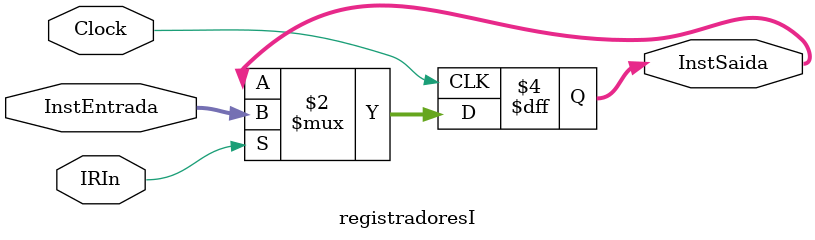
<source format=v>
/*
MODULO REGISTRADORES I - Registradores de Instrucao
*/

//INICIO DO MODULO registradoresI
module registradoresI(InstEntrada,IRIn,Clock,InstSaida);
	parameter 				n = 10;			//parametro de flexibilizacao de bits						
	input 		[n-1:0]	InstEntrada;	//10 bits - Instrucao de Entrada
	input 					IRIn;				//1  bits - Sinal de Controle
	input						Clock;			//1  bits - Clock
	output reg 	[n-1:0]	InstSaida;		//10 bits - Instrucao de Saida
	
	always @(posedge Clock) begin		//Clock:mudanca pela borda de subida
		if(IRIn)								//Se IRIn ativa entao
			InstSaida <= InstEntrada;
	end
	
//FIM DO MODULO registradoresI		
endmodule
</source>
